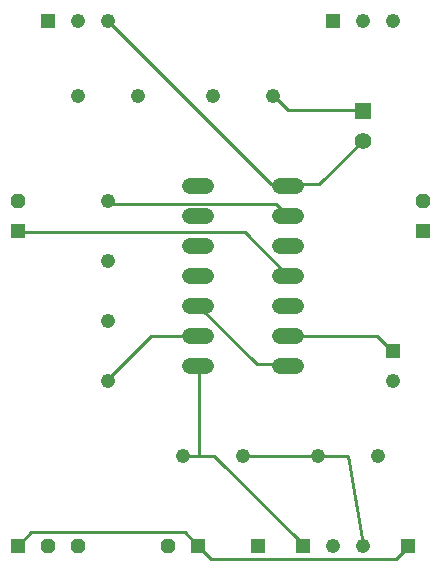
<source format=gbl>
G75*
G70*
%OFA0B0*%
%FSLAX24Y24*%
%IPPOS*%
%LPD*%
%AMOC8*
5,1,8,0,0,1.08239X$1,22.5*
%
%ADD10C,0.0554*%
%ADD11R,0.0554X0.0554*%
%ADD12C,0.0476*%
%ADD13R,0.0476X0.0476*%
%ADD14C,0.0520*%
%ADD15OC8,0.0476*%
%ADD16C,0.0100*%
D10*
X012601Y014712D03*
D11*
X012601Y015712D03*
D12*
X012601Y018712D03*
X013601Y018712D03*
X009601Y016212D03*
X007601Y016212D03*
X005101Y016212D03*
X003101Y016212D03*
X003101Y018712D03*
X004101Y018712D03*
X004101Y012712D03*
X004101Y010712D03*
X004101Y008712D03*
X004101Y006712D03*
X006601Y004212D03*
X008601Y004212D03*
X011101Y004212D03*
X013101Y004212D03*
X013601Y006712D03*
X012601Y001212D03*
X011601Y001212D03*
D13*
X001101Y001212D03*
X007101Y001212D03*
X009101Y001212D03*
X010601Y001212D03*
X014101Y001212D03*
X013601Y007712D03*
X014601Y011712D03*
X011601Y018712D03*
X002101Y018712D03*
X001101Y011712D03*
D14*
X006841Y012212D02*
X007361Y012212D01*
X007361Y013212D02*
X006841Y013212D01*
X006841Y011212D02*
X007361Y011212D01*
X007361Y010212D02*
X006841Y010212D01*
X006841Y009212D02*
X007361Y009212D01*
X007361Y008212D02*
X006841Y008212D01*
X006841Y007212D02*
X007361Y007212D01*
X009841Y007212D02*
X010361Y007212D01*
X010361Y008212D02*
X009841Y008212D01*
X009841Y009212D02*
X010361Y009212D01*
X010361Y010212D02*
X009841Y010212D01*
X009841Y011212D02*
X010361Y011212D01*
X010361Y012212D02*
X009841Y012212D01*
X009841Y013212D02*
X010361Y013212D01*
D15*
X014601Y012712D03*
X006101Y001212D03*
X003101Y001212D03*
X002101Y001212D03*
X001101Y012712D03*
D16*
X001101Y011712D02*
X001141Y011652D01*
X008661Y011652D01*
X010101Y010212D01*
X010101Y012212D02*
X009701Y012612D01*
X004181Y012612D01*
X004101Y012692D01*
X004101Y012712D01*
X007101Y009212D02*
X009061Y007252D01*
X010101Y007252D01*
X010101Y007212D01*
X010101Y008212D02*
X013061Y008212D01*
X013541Y007732D01*
X013601Y007712D01*
X012081Y004212D02*
X011101Y004212D01*
X008601Y004212D01*
X007621Y004212D02*
X007141Y004212D01*
X007141Y007172D01*
X007101Y007212D01*
X007101Y008212D02*
X005541Y008212D01*
X004101Y006772D01*
X004101Y006712D01*
X006601Y004212D02*
X007141Y004212D01*
X007621Y004212D02*
X010581Y001252D01*
X010601Y001212D01*
X012581Y001252D02*
X012601Y001212D01*
X012581Y001252D02*
X012081Y004212D01*
X014101Y001212D02*
X014101Y001172D01*
X013701Y000772D01*
X007541Y000772D01*
X007101Y001212D01*
X006661Y001652D01*
X001541Y001652D01*
X001101Y001212D01*
X009541Y013252D02*
X010101Y013252D01*
X010101Y013212D01*
X010101Y013252D02*
X011141Y013252D01*
X012601Y014712D01*
X012601Y015712D02*
X012581Y015732D01*
X010101Y015732D01*
X009621Y016212D01*
X009601Y016212D01*
X009541Y013252D02*
X004101Y018692D01*
X004101Y018712D01*
M02*

</source>
